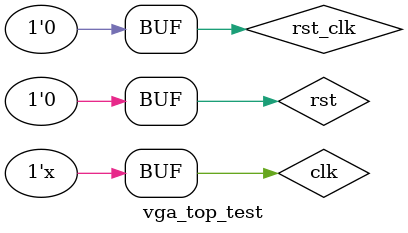
<source format=sv>
module vga_top_test();

	logic clk, rst, rst_clk, hsync, vsync, blank, sync, vga_clk;
	logic[7:0] vga_r, vga_g, vga_b; 

	
	vga_top DUT(clk, rst, rst_clk, hsync, vsync, blank, sync, vga_clk, vga_r, vga_g, vga_b);
	
	initial begin
		
		clk = 0; rst = 0; rst_clk = 0;
		#5;
		rst_clk = 1; #15;
		rst_clk = 0;
		#5;
		rst = 1; #15;
		rst = 0;
		
	end
	
	always #5 clk = !clk;  
	
endmodule 
</source>
